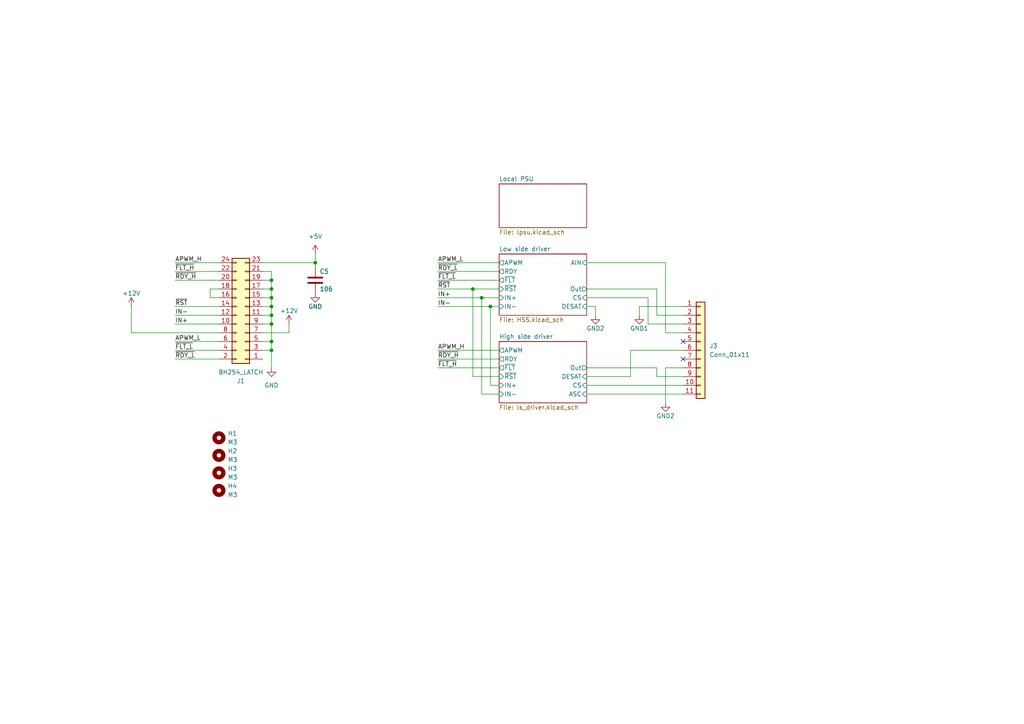
<source format=kicad_sch>
(kicad_sch (version 20250114) (generator "eeschema") (generator_version "9.0")
  (paper "A4")
  (lib_symbols
    (symbol "Connector_Generic:Conn_01x11" (pin_names (offset 1.016) (hide yes))
      (property "Reference" "J" (at 0 15.24 0))
      (property "Value" "Conn_01x11" (at 0 -15.24 0))
      (symbol "Conn_01x11_1_1"
        (rectangle (start -1.27 13.97) (end 1.27 -13.97) (stroke (width 0.254)) (fill (type background)))
        (rectangle (start -1.27 12.827) (end 0 12.573) (stroke (width 0.1524)))
        (rectangle (start -1.27 10.287) (end 0 10.033) (stroke (width 0.1524)))
        (rectangle (start -1.27 7.747) (end 0 7.493) (stroke (width 0.1524)))
        (rectangle (start -1.27 5.207) (end 0 4.953) (stroke (width 0.1524)))
        (rectangle (start -1.27 2.667) (end 0 2.413) (stroke (width 0.1524)))
        (rectangle (start -1.27 0.127) (end 0 -0.127) (stroke (width 0.1524)))
        (rectangle (start -1.27 -2.413) (end 0 -2.667) (stroke (width 0.1524)))
        (rectangle (start -1.27 -4.953) (end 0 -5.207) (stroke (width 0.1524)))
        (rectangle (start -1.27 -7.493) (end 0 -7.747) (stroke (width 0.1524)))
        (rectangle (start -1.27 -10.033) (end 0 -10.287) (stroke (width 0.1524)))
        (rectangle (start -1.27 -12.573) (end 0 -12.827) (stroke (width 0.1524)))
        (pin passive line (at -5.08 12.7 0) (length 3.81) (name "Pin_1") (number "1"))
        (pin passive line (at -5.08 10.16 0) (length 3.81) (name "Pin_2") (number "2"))
        (pin passive line (at -5.08 7.62 0) (length 3.81) (name "Pin_3") (number "3"))
        (pin passive line (at -5.08 5.08 0) (length 3.81) (name "Pin_4") (number "4"))
        (pin passive line (at -5.08 2.54 0) (length 3.81) (name "Pin_5") (number "5"))
        (pin passive line (at -5.08 0 0) (length 3.81) (name "Pin_6") (number "6"))
        (pin passive line (at -5.08 -2.54 0) (length 3.81) (name "Pin_7") (number "7"))
        (pin passive line (at -5.08 -5.08 0) (length 3.81) (name "Pin_8") (number "8"))
        (pin passive line (at -5.08 -7.62 0) (length 3.81) (name "Pin_9") (number "9"))
        (pin passive line (at -5.08 -10.16 0) (length 3.81) (name "Pin_10") (number "10"))
        (pin passive line (at -5.08 -12.7 0) (length 3.81) (name "Pin_11") (number "11"))
      )
    )
    (symbol "Connector_Generic:Conn_02x12_Odd_Even" (pin_names (offset 1.016) (hide yes))
      (property "Reference" "J" (at 1.27 15.24 0))
      (property "Value" "Conn_02x12_Odd_Even" (at 1.27 -17.78 0))
      (symbol "Conn_02x12_Odd_Even_1_1"
        (rectangle (start -1.27 13.97) (end 3.81 -16.51) (stroke (width 0.254)) (fill (type background)))
        (rectangle (start -1.27 12.827) (end 0 12.573) (stroke (width 0.1524)))
        (rectangle (start -1.27 10.287) (end 0 10.033) (stroke (width 0.1524)))
        (rectangle (start -1.27 7.747) (end 0 7.493) (stroke (width 0.1524)))
        (rectangle (start -1.27 5.207) (end 0 4.953) (stroke (width 0.1524)))
        (rectangle (start -1.27 2.667) (end 0 2.413) (stroke (width 0.1524)))
        (rectangle (start -1.27 0.127) (end 0 -0.127) (stroke (width 0.1524)))
        (rectangle (start -1.27 -2.413) (end 0 -2.667) (stroke (width 0.1524)))
        (rectangle (start -1.27 -4.953) (end 0 -5.207) (stroke (width 0.1524)))
        (rectangle (start -1.27 -7.493) (end 0 -7.747) (stroke (width 0.1524)))
        (rectangle (start -1.27 -10.033) (end 0 -10.287) (stroke (width 0.1524)))
        (rectangle (start -1.27 -12.573) (end 0 -12.827) (stroke (width 0.1524)))
        (rectangle (start -1.27 -15.113) (end 0 -15.367) (stroke (width 0.1524)))
        (rectangle (start 3.81 12.827) (end 2.54 12.573) (stroke (width 0.1524)))
        (rectangle (start 3.81 10.287) (end 2.54 10.033) (stroke (width 0.1524)))
        (rectangle (start 3.81 7.747) (end 2.54 7.493) (stroke (width 0.1524)))
        (rectangle (start 3.81 5.207) (end 2.54 4.953) (stroke (width 0.1524)))
        (rectangle (start 3.81 2.667) (end 2.54 2.413) (stroke (width 0.1524)))
        (rectangle (start 3.81 0.127) (end 2.54 -0.127) (stroke (width 0.1524)))
        (rectangle (start 3.81 -2.413) (end 2.54 -2.667) (stroke (width 0.1524)))
        (rectangle (start 3.81 -4.953) (end 2.54 -5.207) (stroke (width 0.1524)))
        (rectangle (start 3.81 -7.493) (end 2.54 -7.747) (stroke (width 0.1524)))
        (rectangle (start 3.81 -10.033) (end 2.54 -10.287) (stroke (width 0.1524)))
        (rectangle (start 3.81 -12.573) (end 2.54 -12.827) (stroke (width 0.1524)))
        (rectangle (start 3.81 -15.113) (end 2.54 -15.367) (stroke (width 0.1524)))
        (pin passive line (at -5.08 12.7 0) (length 3.81) (name "Pin_1") (number "1"))
        (pin passive line (at -5.08 10.16 0) (length 3.81) (name "Pin_3") (number "3"))
        (pin passive line (at -5.08 7.62 0) (length 3.81) (name "Pin_5") (number "5"))
        (pin passive line (at -5.08 5.08 0) (length 3.81) (name "Pin_7") (number "7"))
        (pin passive line (at -5.08 2.54 0) (length 3.81) (name "Pin_9") (number "9"))
        (pin passive line (at -5.08 0 0) (length 3.81) (name "Pin_11") (number "11"))
        (pin passive line (at -5.08 -2.54 0) (length 3.81) (name "Pin_13") (number "13"))
        (pin passive line (at -5.08 -5.08 0) (length 3.81) (name "Pin_15") (number "15"))
        (pin passive line (at -5.08 -7.62 0) (length 3.81) (name "Pin_17") (number "17"))
        (pin passive line (at -5.08 -10.16 0) (length 3.81) (name "Pin_19") (number "19"))
        (pin passive line (at -5.08 -12.7 0) (length 3.81) (name "Pin_21") (number "21"))
        (pin passive line (at -5.08 -15.24 0) (length 3.81) (name "Pin_23") (number "23"))
        (pin passive line (at 7.62 12.7 180) (length 3.81) (name "Pin_2") (number "2"))
        (pin passive line (at 7.62 10.16 180) (length 3.81) (name "Pin_4") (number "4"))
        (pin passive line (at 7.62 7.62 180) (length 3.81) (name "Pin_6") (number "6"))
        (pin passive line (at 7.62 5.08 180) (length 3.81) (name "Pin_8") (number "8"))
        (pin passive line (at 7.62 2.54 180) (length 3.81) (name "Pin_10") (number "10"))
        (pin passive line (at 7.62 0 180) (length 3.81) (name "Pin_12") (number "12"))
        (pin passive line (at 7.62 -2.54 180) (length 3.81) (name "Pin_14") (number "14"))
        (pin passive line (at 7.62 -5.08 180) (length 3.81) (name "Pin_16") (number "16"))
        (pin passive line (at 7.62 -7.62 180) (length 3.81) (name "Pin_18") (number "18"))
        (pin passive line (at 7.62 -10.16 180) (length 3.81) (name "Pin_20") (number "20"))
        (pin passive line (at 7.62 -12.7 180) (length 3.81) (name "Pin_22") (number "22"))
        (pin passive line (at 7.62 -15.24 180) (length 3.81) (name "Pin_24") (number "24"))
      )
    )
    (symbol "Device:C" (pin_numbers (hide yes)) (pin_names (offset 0.254))
      (property "Reference" "C" (at 0.635 2.54 0))
      (property "Value" "C" (at 0.635 -2.54 0))
      (symbol "C_0_1"
        (polyline (pts (xy -2.032 0.762) (xy 2.032 0.762)) (stroke (width 0.508)))
        (polyline (pts (xy -2.032 -0.762) (xy 2.032 -0.762)) (stroke (width 0.508)))
      )
      (symbol "C_1_1"
        (pin passive line (at 0 3.81 270) (length 2.794) (name "~") (number "1"))
        (pin passive line (at 0 -3.81 90) (length 2.794) (name "~") (number "2"))
      )
    )
    (symbol "Mechanical:MountingHole" (pin_names (offset 1.016))
      (property "Reference" "H" (at 0 5.08 0))
      (property "Value" "MountingHole" (at 0 3.175 0))
      (symbol "MountingHole_0_1"
        (circle (center 0 0) (radius 1.27) (stroke (width 1.27)))
      )
    )
    (symbol "power:+12V" (power) (pin_names (offset 0))
      (property "Value" "+12V" (at 0 3.556 0))
      (symbol "+12V_0_1"
        (polyline (pts (xy -0.762 1.27) (xy 0 2.54)))
        (polyline (pts (xy 0 2.54) (xy 0.762 1.27)))
        (polyline (pts (xy 0 0) (xy 0 2.54)))
      )
      (symbol "+12V_1_1"
        (pin power_in line (at 0 0 90) (length 0) (hide yes) (name "+12V") (number "1"))
      )
    )
    (symbol "power:+5V" (power) (pin_names (offset 0))
      (property "Value" "+5V" (at 0 3.556 0))
      (symbol "+5V_0_1"
        (polyline (pts (xy -0.762 1.27) (xy 0 2.54)))
        (polyline (pts (xy 0 2.54) (xy 0.762 1.27)))
        (polyline (pts (xy 0 0) (xy 0 2.54)))
      )
      (symbol "+5V_1_1"
        (pin power_in line (at 0 0 90) (length 0) (hide yes) (name "+5V") (number "1"))
      )
    )
    (symbol "power:GND" (power) (pin_names (offset 0))
      (property "Value" "GND" (at 0 -3.81 0))
      (symbol "GND_0_1"
        (polyline (pts (xy 0 0) (xy 0 -1.27) (xy 1.27 -1.27) (xy 0 -2.54) (xy -1.27 -1.27) (xy 0 -1.27)))
      )
      (symbol "GND_1_1"
        (pin power_in line (at 0 0 270) (length 0) (hide yes) (name "GND") (number "1"))
      )
    )
    (symbol "power:GND1" (power) (pin_names (offset 0))
      (property "Value" "GND1" (at 0 -3.81 0))
      (symbol "GND1_0_1"
        (polyline (pts (xy 0 0) (xy 0 -1.27) (xy 1.27 -1.27) (xy 0 -2.54) (xy -1.27 -1.27) (xy 0 -1.27)))
      )
      (symbol "GND1_1_1"
        (pin power_in line (at 0 0 270) (length 0) (hide yes) (name "GND1") (number "1"))
      )
    )
    (symbol "power:GND2" (power) (pin_names (offset 0))
      (property "Value" "GND2" (at 0 -3.81 0))
      (symbol "GND2_0_1"
        (polyline (pts (xy 0 0) (xy 0 -1.27) (xy 1.27 -1.27) (xy 0 -2.54) (xy -1.27 -1.27) (xy 0 -1.27)))
      )
      (symbol "GND2_1_1"
        (pin power_in line (at 0 0 270) (length 0) (hide yes) (name "GND2") (number "1"))
      )
    )
  )
  (junction (at 139.7 86.36))
  (junction (at 78.74 86.36))
  (junction (at 137.16 83.82))
  (junction (at 91.44 76.2))
  (junction (at 78.74 101.6))
  (junction (at 142.24 88.9))
  (junction (at 78.74 91.44))
  (junction (at 78.74 81.28))
  (junction (at 78.74 99.06))
  (junction (at 78.74 88.9))
  (junction (at 78.74 83.82))
  (junction (at 78.74 93.98))
  (no_connect (at 198.12 99.06))
  (no_connect (at 198.12 104.14))
  (wire (pts (xy 170.18 114.3) (xy 198.12 114.3)))
  (wire (pts (xy 193.04 106.68) (xy 193.04 116.84)))
  (wire (pts (xy 190.5 91.44) (xy 198.12 91.44)))
  (wire (pts (xy 78.74 86.36) (xy 78.74 83.82)))
  (wire (pts (xy 193.04 96.52) (xy 198.12 96.52)))
  (wire (pts (xy 76.2 93.98) (xy 78.74 93.98)))
  (wire (pts (xy 60.96 86.36) (xy 60.96 83.82)))
  (wire (pts (xy 38.1 96.52) (xy 63.5 96.52)))
  (wire (pts (xy 193.04 106.68) (xy 198.12 106.68)))
  (wire (pts (xy 144.78 109.22) (xy 137.16 109.22)))
  (wire (pts (xy 50.8 76.2) (xy 63.5 76.2)))
  (wire (pts (xy 50.8 93.98) (xy 63.5 93.98)))
  (wire (pts (xy 76.2 78.74) (xy 78.74 78.74)))
  (wire (pts (xy 50.8 81.28) (xy 63.5 81.28)))
  (wire (pts (xy 50.8 104.14) (xy 63.5 104.14)))
  (wire (pts (xy 127 83.82) (xy 137.16 83.82)))
  (wire (pts (xy 142.24 88.9) (xy 144.78 88.9)))
  (wire (pts (xy 127 104.14) (xy 144.78 104.14)))
  (wire (pts (xy 76.2 86.36) (xy 78.74 86.36)))
  (wire (pts (xy 170.18 88.9) (xy 172.72 88.9)))
  (wire (pts (xy 139.7 86.36) (xy 139.7 114.3)))
  (wire (pts (xy 170.18 86.36) (xy 187.96 86.36)))
  (wire (pts (xy 144.78 111.76) (xy 142.24 111.76)))
  (wire (pts (xy 76.2 96.52) (xy 83.82 96.52)))
  (wire (pts (xy 50.8 101.6) (xy 63.5 101.6)))
  (wire (pts (xy 170.18 83.82) (xy 190.5 83.82)))
  (wire (pts (xy 190.5 109.22) (xy 190.5 106.68)))
  (wire (pts (xy 76.2 76.2) (xy 91.44 76.2)))
  (wire (pts (xy 190.5 106.68) (xy 170.18 106.68)))
  (wire (pts (xy 63.5 86.36) (xy 60.96 86.36)))
  (wire (pts (xy 50.8 91.44) (xy 63.5 91.44)))
  (wire (pts (xy 76.2 101.6) (xy 78.74 101.6)))
  (wire (pts (xy 76.2 88.9) (xy 78.74 88.9)))
  (wire (pts (xy 78.74 93.98) (xy 78.74 91.44)))
  (wire (pts (xy 170.18 109.22) (xy 182.88 109.22)))
  (wire (pts (xy 182.88 101.6) (xy 182.88 109.22)))
  (wire (pts (xy 78.74 83.82) (xy 78.74 81.28)))
  (wire (pts (xy 198.12 88.9) (xy 185.42 88.9)))
  (wire (pts (xy 137.16 83.82) (xy 137.16 109.22)))
  (wire (pts (xy 127 106.68) (xy 144.78 106.68)))
  (wire (pts (xy 190.5 83.82) (xy 190.5 91.44)))
  (wire (pts (xy 144.78 86.36) (xy 139.7 86.36)))
  (wire (pts (xy 142.24 111.76) (xy 142.24 88.9)))
  (wire (pts (xy 172.72 88.9) (xy 172.72 91.44)))
  (wire (pts (xy 127 101.6) (xy 144.78 101.6)))
  (wire (pts (xy 76.2 91.44) (xy 78.74 91.44)))
  (wire (pts (xy 127 81.28) (xy 144.78 81.28)))
  (wire (pts (xy 185.42 88.9) (xy 185.42 91.44)))
  (wire (pts (xy 78.74 101.6) (xy 78.74 99.06)))
  (wire (pts (xy 78.74 91.44) (xy 78.74 88.9)))
  (wire (pts (xy 78.74 88.9) (xy 78.74 86.36)))
  (wire (pts (xy 50.8 88.9) (xy 63.5 88.9)))
  (wire (pts (xy 170.18 111.76) (xy 198.12 111.76)))
  (wire (pts (xy 78.74 93.98) (xy 78.74 99.06)))
  (wire (pts (xy 139.7 114.3) (xy 144.78 114.3)))
  (wire (pts (xy 91.44 73.66) (xy 91.44 76.2)))
  (wire (pts (xy 127 76.2) (xy 144.78 76.2)))
  (wire (pts (xy 78.74 81.28) (xy 78.74 78.74)))
  (wire (pts (xy 83.82 96.52) (xy 83.82 93.98)))
  (wire (pts (xy 170.18 76.2) (xy 193.04 76.2)))
  (wire (pts (xy 91.44 76.2) (xy 91.44 77.47)))
  (wire (pts (xy 50.8 78.74) (xy 63.5 78.74)))
  (wire (pts (xy 137.16 83.82) (xy 144.78 83.82)))
  (wire (pts (xy 187.96 93.98) (xy 198.12 93.98)))
  (wire (pts (xy 60.96 83.82) (xy 63.5 83.82)))
  (wire (pts (xy 127 78.74) (xy 144.78 78.74)))
  (wire (pts (xy 76.2 81.28) (xy 78.74 81.28)))
  (wire (pts (xy 182.88 101.6) (xy 198.12 101.6)))
  (wire (pts (xy 76.2 99.06) (xy 78.74 99.06)))
  (wire (pts (xy 50.8 99.06) (xy 63.5 99.06)))
  (wire (pts (xy 187.96 86.36) (xy 187.96 93.98)))
  (wire (pts (xy 38.1 96.52) (xy 38.1 88.9)))
  (wire (pts (xy 190.5 109.22) (xy 198.12 109.22)))
  (wire (pts (xy 76.2 83.82) (xy 78.74 83.82)))
  (wire (pts (xy 193.04 96.52) (xy 193.04 76.2)))
  (wire (pts (xy 127 88.9) (xy 142.24 88.9)))
  (wire (pts (xy 78.74 101.6) (xy 78.74 106.68)))
  (wire (pts (xy 127 86.36) (xy 139.7 86.36)))
  (label "~{RDY_L}" (at 127 78.74 0))
  (label "~{RDY_H}" (at 50.8 81.28 0))
  (label "~{FLT_L}" (at 50.8 101.6 0))
  (label "APWM_L" (at 50.8 99.06 0))
  (label "IN-" (at 50.8 91.44 0))
  (label "~{RST}" (at 127 83.82 0))
  (label "IN-" (at 127 88.9 0))
  (label "~{RDY_H}" (at 127 104.14 0))
  (label "APWM_H" (at 127 101.6 0))
  (label "IN+" (at 50.8 93.98 0))
  (label "APWM_H" (at 50.8 76.2 0))
  (label "~{RDY_L}" (at 50.8 104.14 0))
  (label "~{FLT_H}" (at 127 106.68 0))
  (label "APWM_L" (at 127 76.2 0))
  (label "~{FLT_L}" (at 127 81.28 0))
  (label "IN+" (at 127 86.36 0))
  (label "~{FLT_H}" (at 50.8 78.74 0))
  (label "~{RST}" (at 50.8 88.9 0))
  (symbol (lib_id "power:+12V") (at 83.82 93.98 0) (unit 1)
    (property "Reference" "#PWR040" (effects (hide yes)))
    (property "Value" "+12V" (at 83.82 90.17 0))
  )
  (symbol (lib_id "Mechanical:MountingHole") (at 63.5 137.16 0) (unit 1)
    (property "Reference" "H3" (at 66.04 135.8899 0) (effects (justify left)))
    (property "Value" "M3" (at 66.04 138.4299 0) (effects (justify left)))
    (property "Footprint" "MountingHole:MountingHole_3.2mm_M3_Pad" (effects (hide yes)))
  )
  (symbol (lib_id "Mechanical:MountingHole") (at 63.5 142.24 0) (unit 1)
    (property "Reference" "H4" (at 66.04 140.9699 0) (effects (justify left)))
    (property "Value" "M3" (at 66.04 143.5099 0) (effects (justify left)))
    (property "Footprint" "MountingHole:MountingHole_3.2mm_M3_Pad" (effects (hide yes)))
  )
  (symbol (lib_id "power:+12V") (at 38.1 88.9 0) (unit 1)
    (property "Reference" "#PWR02" (effects (hide yes)))
    (property "Value" "+12V" (at 38.1 85.09 0))
  )
  (symbol (lib_id "power:+5V") (at 91.44 73.66 0) (unit 1)
    (property "Reference" "#PWR03" (effects (hide yes)))
    (property "Value" "+5V" (at 91.44 68.58 0))
  )
  (symbol (lib_id "Connector_Generic:Conn_02x12_Odd_Even") (at 71.12 91.44 180) (unit 1)
    (property "Reference" "J1" (at 69.85 110.49 0))
    (property "Value" "BH254_LATCH" (at 69.85 107.95 0))
    (property "Footprint" "Connector_IDC:IDC-Header_2x12_P2.54mm_Latch9.5mm_Vertical" (effects (hide yes)))
  )
  (symbol (lib_id "Device:C") (at 91.44 81.28 0) (unit 1)
    (property "Reference" "C5" (at 92.71 78.74 0) (effects (justify left)))
    (property "Value" "106" (at 92.71 83.82 0) (effects (justify left)))
    (property "Footprint" "Capacitor_SMD:C_0805_2012Metric" (effects (hide yes)))
  )
  (symbol (lib_id "power:GND2") (at 172.72 91.44 0) (unit 1)
    (property "Reference" "#PWR047" (effects (hide yes)))
    (property "Value" "GND2" (at 172.72 95.25 0))
  )
  (symbol (lib_id "power:GND1") (at 185.42 91.44 0) (unit 1)
    (property "Reference" "#PWR04" (effects (hide yes)))
    (property "Value" "GND1" (at 185.42 95.25 0))
  )
  (symbol (lib_id "Connector_Generic:Conn_01x11") (at 203.2 101.6 0) (unit 1)
    (property "Reference" "J3" (at 205.74 100.3299 0) (effects (justify left)))
    (property "Value" "Conn_01x11" (at 205.74 102.8699 0) (effects (justify left)))
    (property "Footprint" "Connector_Phoenix_MC_HighVoltage:PhoenixContact_MC_1,5_11-GF-5.08_1x11_P5.08mm_Horizontal_ThreadedFlange_MountHole" (effects (hide yes)))
    (property "Description" "Generic connector, single row, 01x11, script generated (kicad-library-utils/schlib/autogen/connector/)" (effects (hide yes)))
  )
  (symbol (lib_id "power:GND") (at 78.74 106.68 0) (unit 1)
    (property "Reference" "#PWR01" (effects (hide yes)))
    (property "Value" "GND" (at 78.74 111.76 0))
  )
  (symbol (lib_id "Mechanical:MountingHole") (at 63.5 127 0) (unit 1)
    (property "Reference" "H1" (at 66.04 125.7299 0) (effects (justify left)))
    (property "Value" "M3" (at 66.04 128.2699 0) (effects (justify left)))
    (property "Footprint" "MountingHole:MountingHole_3.2mm_M3_Pad" (effects (hide yes)))
  )
  (symbol (lib_id "power:GND2") (at 193.04 116.84 0) (unit 1)
    (property "Reference" "#PWR05" (effects (hide yes)))
    (property "Value" "GND2" (at 193.04 120.65 0))
  )
  (symbol (lib_id "power:GND") (at 91.44 85.09 0) (unit 1)
    (property "Reference" "#PWR042" (effects (hide yes)))
    (property "Value" "GND" (at 91.44 88.9 0))
  )
  (symbol (lib_id "Mechanical:MountingHole") (at 63.5 132.08 0) (unit 1)
    (property "Reference" "H2" (at 66.04 130.8099 0) (effects (justify left)))
    (property "Value" "M3" (at 66.04 133.3499 0) (effects (justify left)))
    (property "Footprint" "MountingHole:MountingHole_3.2mm_M3_Pad" (effects (hide yes)))
  )
  (sheet (at 144.78 53.34) (size 25.4 12.7) (stroke (width 0.1524))
    (property "Sheetname" "Local PSU" (at 144.78 52.6284 0) (effects (justify left bottom)))
    (property "Sheetfile" "lpsu.kicad_sch" (at 144.78 66.6246 0) (effects (justify left top)))
  )
  (sheet (at 144.78 73.66) (size 25.4 17.78) (stroke (width 0.1524))
    (property "Sheetname" "Low side driver" (at 144.78 72.9484 0) (effects (justify left bottom)))
    (property "Sheetfile" "HSS.kicad_sch" (at 144.78 92.0246 0) (effects (justify left top)))
    (pin "CS" input (at 170.18 86.36 0))
    (pin "IN+" input (at 144.78 86.36 180))
    (pin "IN-" input (at 144.78 88.9 180))
    (pin "~{FLT}" output (at 144.78 81.28 180))
    (pin "RDY" output (at 144.78 78.74 180))
    (pin "~{RST}" input (at 144.78 83.82 180))
    (pin "Out" output (at 170.18 83.82 0))
    (pin "DESAT" input (at 170.18 88.9 0))
    (pin "AIN" input (at 170.18 76.2 0))
    (pin "APWM" output (at 144.78 76.2 180))
  )
  (sheet (at 144.78 99.06) (size 25.4 17.78) (stroke (width 0.1524))
    (property "Sheetname" "High side driver" (at 144.78 98.3484 0) (effects (justify left bottom)))
    (property "Sheetfile" "ls_driver.kicad_sch" (at 144.78 117.4246 0) (effects (justify left top)))
    (pin "IN+" input (at 144.78 111.76 180))
    (pin "IN-" input (at 144.78 114.3 180))
    (pin "APWM" output (at 144.78 101.6 180))
    (pin "~{RST}" input (at 144.78 109.22 180))
    (pin "~{FLT}" output (at 144.78 106.68 180))
    (pin "RDY" output (at 144.78 104.14 180))
    (pin "CS" input (at 170.18 111.76 0))
    (pin "Out" output (at 170.18 106.68 0))
    (pin "ASC" input (at 170.18 114.3 0))
    (pin "DESAT" input (at 170.18 109.22 0))
  )
)
</source>
